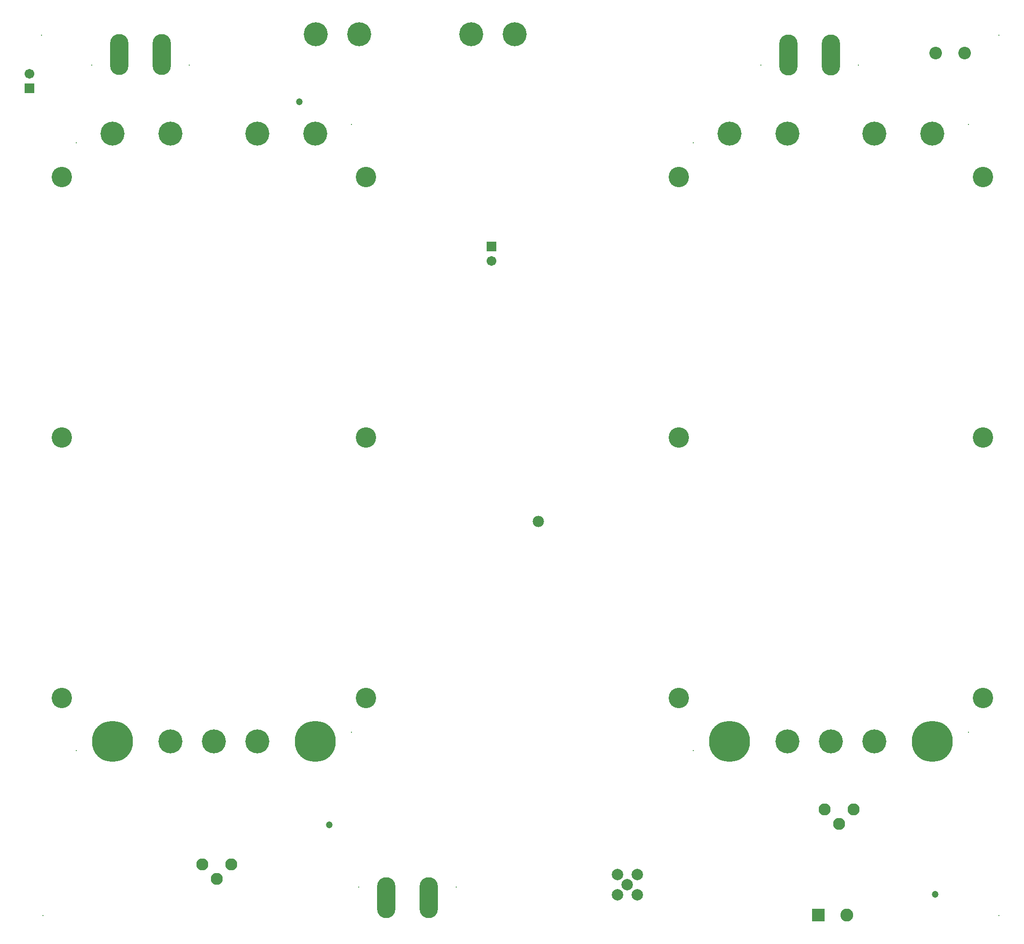
<source format=gbs>
G04*
G04 #@! TF.GenerationSoftware,Altium Limited,Altium Designer,19.0.15 (446)*
G04*
G04 Layer_Color=16711935*
%FSLAX25Y25*%
%MOIN*%
G70*
G01*
G75*
%ADD22C,0.06706*%
%ADD23R,0.06706X0.06706*%
%ADD24C,0.00800*%
%ADD25C,0.16548*%
%ADD26O,0.12611X0.28359*%
%ADD27R,0.08871X0.08871*%
%ADD28C,0.08871*%
%ADD29C,0.04737*%
%ADD30C,0.08300*%
%ADD31C,0.28359*%
%ADD32C,0.14107*%
%ADD33C,0.08674*%
%ADD34C,0.07887*%
%ADD35C,0.07795*%
D22*
X10500Y603500D02*
D03*
X329500Y474000D02*
D03*
D23*
X10500Y593500D02*
D03*
X329500Y484000D02*
D03*
D24*
X19000Y630000D02*
D03*
X680000D02*
D03*
Y21693D02*
D03*
X20000D02*
D03*
X582886Y609394D02*
D03*
X515602D02*
D03*
X53717Y609527D02*
D03*
X121000D02*
D03*
X659000Y148300D02*
D03*
X469000Y135700D02*
D03*
X659000Y568300D02*
D03*
X469000Y555700D02*
D03*
X233000Y148300D02*
D03*
X43000Y135700D02*
D03*
X233000Y568300D02*
D03*
X43000Y555700D02*
D03*
X305283Y41213D02*
D03*
X238000D02*
D03*
D25*
X208283Y630681D02*
D03*
X315803D02*
D03*
X345803D02*
D03*
X238283D02*
D03*
X494000Y562000D02*
D03*
X534000Y142000D02*
D03*
X564000D02*
D03*
X594000D02*
D03*
X534000Y562000D02*
D03*
X594000D02*
D03*
X634000D02*
D03*
X68000D02*
D03*
X108000Y142000D02*
D03*
X138000D02*
D03*
X168000D02*
D03*
X108000Y562000D02*
D03*
X168000D02*
D03*
X208000D02*
D03*
D26*
X563988Y616500D02*
D03*
X534500D02*
D03*
X72614Y616634D02*
D03*
X102102D02*
D03*
X286386Y34106D02*
D03*
X256898D02*
D03*
D27*
X555158Y22000D02*
D03*
D28*
X574843D02*
D03*
D29*
X217500Y84500D02*
D03*
X636000Y36500D02*
D03*
X197000Y584000D02*
D03*
D30*
X569500Y85000D02*
D03*
X579500Y95000D02*
D03*
X559500D02*
D03*
X140000Y47000D02*
D03*
X150000Y57000D02*
D03*
X130000D02*
D03*
D31*
X634000Y142000D02*
D03*
X494000D02*
D03*
X208000D02*
D03*
X68000D02*
D03*
D32*
X668921Y172000D02*
D03*
X459079Y352000D02*
D03*
X668921D02*
D03*
X459079Y172000D02*
D03*
X668921Y532000D02*
D03*
X459079D02*
D03*
X242921Y172000D02*
D03*
X33079Y352000D02*
D03*
X242921D02*
D03*
X33079Y172000D02*
D03*
X242921Y532000D02*
D03*
X33079D02*
D03*
D33*
X636343Y617657D02*
D03*
X656343D02*
D03*
D34*
X430419Y36000D02*
D03*
X416500D02*
D03*
Y49919D02*
D03*
X430419D02*
D03*
X423460Y42960D02*
D03*
D35*
X362094Y293957D02*
D03*
M02*

</source>
